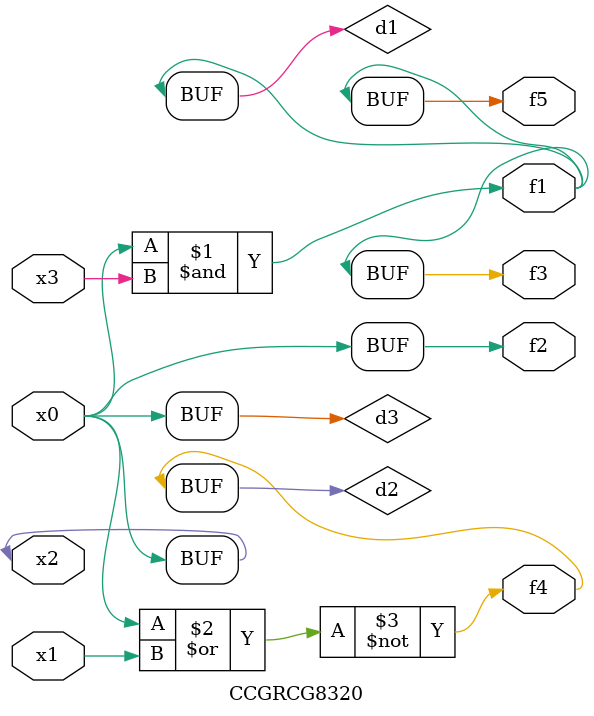
<source format=v>
module CCGRCG8320(
	input x0, x1, x2, x3,
	output f1, f2, f3, f4, f5
);

	wire d1, d2, d3;

	and (d1, x2, x3);
	nor (d2, x0, x1);
	buf (d3, x0, x2);
	assign f1 = d1;
	assign f2 = d3;
	assign f3 = d1;
	assign f4 = d2;
	assign f5 = d1;
endmodule

</source>
